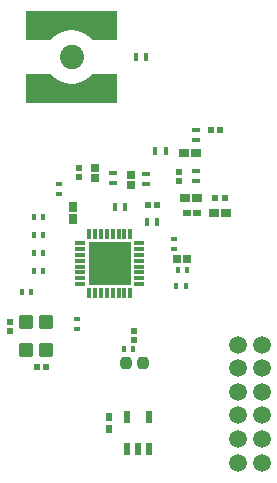
<source format=gts>
G04*
G04 #@! TF.GenerationSoftware,Altium Limited,Altium Designer,24.10.1 (45)*
G04*
G04 Layer_Color=8388736*
%FSLAX44Y44*%
%MOMM*%
G71*
G04*
G04 #@! TF.SameCoordinates,45D0177C-C306-47A8-9F7C-5F692266BDBD*
G04*
G04*
G04 #@! TF.FilePolarity,Negative*
G04*
G01*
G75*
%ADD15C,1.5000*%
%ADD16C,2.0500*%
%ADD34R,0.4008X0.7008*%
%ADD35R,0.6108X0.5708*%
G04:AMPARAMS|DCode=36|XSize=0.9808mm|YSize=0.9808mm|CornerRadius=0.2579mm|HoleSize=0mm|Usage=FLASHONLY|Rotation=0.000|XOffset=0mm|YOffset=0mm|HoleType=Round|Shape=RoundedRectangle|*
%AMROUNDEDRECTD36*
21,1,0.9808,0.4650,0,0,0.0*
21,1,0.4650,0.9808,0,0,0.0*
1,1,0.5158,0.2325,-0.2325*
1,1,0.5158,-0.2325,-0.2325*
1,1,0.5158,-0.2325,0.2325*
1,1,0.5158,0.2325,0.2325*
%
%ADD36ROUNDEDRECTD36*%
%ADD37R,0.5588X1.0287*%
%ADD38R,0.6096X0.7620*%
%ADD39R,0.6508X0.6008*%
%ADD40R,0.6708X0.7108*%
%ADD41R,0.7008X0.4008*%
%ADD42R,0.5708X0.6108*%
%ADD43R,0.4508X0.5508*%
G04:AMPARAMS|DCode=44|XSize=1.1608mm|YSize=1.2608mm|CornerRadius=0.1642mm|HoleSize=0mm|Usage=FLASHONLY|Rotation=0.000|XOffset=0mm|YOffset=0mm|HoleType=Round|Shape=RoundedRectangle|*
%AMROUNDEDRECTD44*
21,1,1.1608,0.9325,0,0,0.0*
21,1,0.8325,1.2608,0,0,0.0*
1,1,0.3283,0.4162,-0.4662*
1,1,0.3283,-0.4162,-0.4662*
1,1,0.3283,-0.4162,0.4662*
1,1,0.3283,0.4162,0.4662*
%
%ADD44ROUNDEDRECTD44*%
%ADD45R,0.7008X0.6508*%
%ADD46R,0.8108X0.7708*%
%ADD47R,3.5008X3.5008*%
%ADD48R,0.9007X0.3307*%
%ADD49R,0.3307X0.9007*%
%ADD50R,0.7708X0.8108*%
%ADD51R,0.5233X0.5662*%
%ADD52R,0.5508X0.4508*%
%ADD53C,1.4986*%
%ADD54C,0.5588*%
G36*
X7120Y188320D02*
X-14003Y188320D01*
X-14003D01*
X-15115Y189586D01*
X-17604Y191856D01*
X-20400Y193734D01*
X-23442Y195180D01*
X-26664Y196161D01*
X-29996Y196658D01*
X-33364D01*
X-36696Y196161D01*
X-39918Y195180D01*
X-42960Y193734D01*
X-45756Y191856D01*
X-48245Y189586D01*
X-49357Y188320D01*
X-70480D01*
Y212720D01*
X7120D01*
Y188320D01*
D02*
G37*
G36*
Y135120D02*
X-70480D01*
Y159520D01*
X-49357Y159520D01*
X-48245Y158254D01*
X-45756Y155984D01*
X-42960Y154106D01*
X-39918Y152660D01*
X-36696Y151679D01*
X-33364Y151182D01*
X-29996D01*
X-26664Y151679D01*
X-23442Y152660D01*
X-20400Y154106D01*
X-17604Y155984D01*
X-15115Y158254D01*
X-14003Y159520D01*
X-14003Y159520D01*
X7120D01*
Y135120D01*
D02*
G37*
G36*
X18505Y12817D02*
Y8817D01*
Y4943D01*
Y943D01*
Y-2931D01*
Y-6931D01*
Y-10805D01*
Y-18879D01*
X-17265D01*
Y-14805D01*
Y-10805D01*
Y-6931D01*
Y-2931D01*
Y943D01*
Y4943D01*
Y8817D01*
Y12817D01*
Y16891D01*
X18505D01*
Y12817D01*
D02*
G37*
%LPC*%
G36*
X14431D02*
X10431D01*
Y8817D01*
X14431D01*
Y12817D01*
D02*
G37*
G36*
X6557D02*
X2557D01*
Y8817D01*
X6557D01*
Y12817D01*
D02*
G37*
G36*
X-1317D02*
X-5317D01*
Y8817D01*
X-1317D01*
Y12817D01*
D02*
G37*
G36*
X-9191D02*
X-13191D01*
Y8817D01*
X-9191D01*
Y12817D01*
D02*
G37*
G36*
X14431Y4943D02*
X10431D01*
Y943D01*
X14431D01*
Y4943D01*
D02*
G37*
G36*
X6557D02*
X2557D01*
Y943D01*
X6557D01*
Y4943D01*
D02*
G37*
G36*
X-1317D02*
X-5317D01*
Y943D01*
X-1317D01*
Y4943D01*
D02*
G37*
G36*
X-9191D02*
X-13191D01*
Y943D01*
X-9191D01*
Y4943D01*
D02*
G37*
G36*
X14431Y-2931D02*
X10431D01*
Y-6931D01*
X14431D01*
Y-2931D01*
D02*
G37*
G36*
X6557D02*
X2557D01*
Y-6931D01*
X6557D01*
Y-2931D01*
D02*
G37*
G36*
X-1317D02*
X-5317D01*
Y-6931D01*
X-1317D01*
Y-2931D01*
D02*
G37*
G36*
X-9191D02*
X-13191D01*
Y-6931D01*
X-9191D01*
Y-2931D01*
D02*
G37*
G36*
X14431Y-10805D02*
X10431D01*
Y-14805D01*
X14431D01*
Y-10805D01*
D02*
G37*
G36*
X6557D02*
X2557D01*
Y-14805D01*
X6557D01*
Y-10805D01*
D02*
G37*
G36*
X-1317D02*
X-5317D01*
Y-14805D01*
X-1317D01*
Y-10805D01*
D02*
G37*
G36*
X-9191D02*
X-13191D01*
Y-14805D01*
X-9191D01*
Y-10805D01*
D02*
G37*
%LPD*%
D15*
X-5080Y200520D02*
D03*
Y147320D02*
D03*
D16*
X-31680Y173920D02*
D03*
D34*
X41080Y34290D02*
D03*
X32580D02*
D03*
X39370Y93980D02*
D03*
X47870D02*
D03*
X23250Y173990D02*
D03*
X31750D02*
D03*
X13970Y46990D02*
D03*
X5470D02*
D03*
D35*
X40730Y48260D02*
D03*
X32930D02*
D03*
X86270Y111760D02*
D03*
X94070D02*
D03*
X97880Y54610D02*
D03*
X90080D02*
D03*
X-53250Y-88900D02*
D03*
X-61050D02*
D03*
D36*
X29210Y-85090D02*
D03*
X14210D02*
D03*
D37*
X15290Y-130810D02*
D03*
X34290D02*
D03*
Y-158115D02*
D03*
X24790D02*
D03*
X15290D02*
D03*
D38*
X0Y-130683D02*
D03*
Y-141097D02*
D03*
D39*
X74430Y41910D02*
D03*
X65930D02*
D03*
D40*
X-11430Y79920D02*
D03*
Y71120D02*
D03*
X19050Y74250D02*
D03*
Y65450D02*
D03*
D41*
X73660Y103700D02*
D03*
Y112200D02*
D03*
X31750Y66362D02*
D03*
Y74862D02*
D03*
X3810Y66870D02*
D03*
Y75370D02*
D03*
X73660Y68580D02*
D03*
Y77080D02*
D03*
D42*
X59690Y76380D02*
D03*
Y68580D02*
D03*
X-25400Y72390D02*
D03*
Y80190D02*
D03*
X-83820Y-58420D02*
D03*
Y-50620D02*
D03*
D43*
X-63690Y38100D02*
D03*
X-55690D02*
D03*
X-73850Y-25400D02*
D03*
X-65850D02*
D03*
X12510Y-73660D02*
D03*
X20510D02*
D03*
X56960Y-20320D02*
D03*
X64960D02*
D03*
X-55690Y22860D02*
D03*
X-63690D02*
D03*
X-55690Y-7620D02*
D03*
X-63690D02*
D03*
X-55690Y7620D02*
D03*
X-63690D02*
D03*
X66040Y-6350D02*
D03*
X58040D02*
D03*
D44*
X-70340Y-73800D02*
D03*
Y-50800D02*
D03*
X-53340D02*
D03*
Y-73800D02*
D03*
D45*
X66040Y2540D02*
D03*
X57540D02*
D03*
D46*
X63500Y92710D02*
D03*
X73300D02*
D03*
X64770Y54610D02*
D03*
X74570D02*
D03*
X98880Y41910D02*
D03*
X89080D02*
D03*
D47*
X620Y-994D02*
D03*
D48*
X-24130Y-18499D02*
D03*
Y-13498D02*
D03*
Y-8496D02*
D03*
Y-3495D02*
D03*
Y1506D02*
D03*
Y6507D02*
D03*
Y11509D02*
D03*
Y16510D02*
D03*
X25370D02*
D03*
Y11509D02*
D03*
Y6507D02*
D03*
Y1506D02*
D03*
Y-3495D02*
D03*
Y-8496D02*
D03*
Y-13498D02*
D03*
Y-18499D02*
D03*
D49*
X-16880Y23756D02*
D03*
X-11880D02*
D03*
X-6880D02*
D03*
X-1880D02*
D03*
X3120D02*
D03*
X8120D02*
D03*
X13120D02*
D03*
X18120D02*
D03*
Y-25744D02*
D03*
X13120D02*
D03*
X8120D02*
D03*
X3120D02*
D03*
X-1880D02*
D03*
X-6880D02*
D03*
X-11880D02*
D03*
X-16880D02*
D03*
D50*
X-30480Y46810D02*
D03*
Y37010D02*
D03*
D51*
X21590Y-66016D02*
D03*
Y-58444D02*
D03*
D52*
X-26670Y-56260D02*
D03*
Y-48260D02*
D03*
X-41910Y58230D02*
D03*
Y66230D02*
D03*
X54864Y11494D02*
D03*
Y19494D02*
D03*
D53*
X129220Y-169540D02*
D03*
X109220D02*
D03*
X129220Y-149540D02*
D03*
X109220D02*
D03*
X129220Y-129540D02*
D03*
X109220D02*
D03*
X129220Y-109540D02*
D03*
X109220D02*
D03*
X129220Y-89540D02*
D03*
X109220D02*
D03*
X129220Y-69540D02*
D03*
X109220D02*
D03*
D54*
X-11191Y10817D02*
D03*
X-3317D02*
D03*
X4557D02*
D03*
X12431D02*
D03*
X-11191Y2943D02*
D03*
X-3317D02*
D03*
X4557D02*
D03*
X12431D02*
D03*
X-11191Y-4931D02*
D03*
X-3317D02*
D03*
X4557D02*
D03*
X12431D02*
D03*
X-11191Y-12805D02*
D03*
X-3317D02*
D03*
X4557D02*
D03*
X12431D02*
D03*
M02*

</source>
